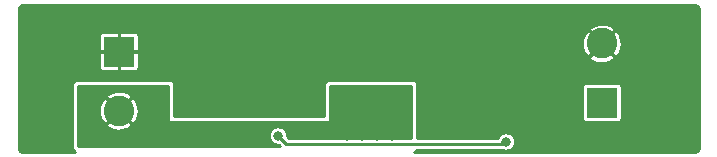
<source format=gbl>
%TF.GenerationSoftware,KiCad,Pcbnew,(5.1.10)-1*%
%TF.CreationDate,2021-10-10T23:42:33-04:00*%
%TF.ProjectId,BoostConverter,426f6f73-7443-46f6-9e76-65727465722e,rev?*%
%TF.SameCoordinates,Original*%
%TF.FileFunction,Copper,L2,Bot*%
%TF.FilePolarity,Positive*%
%FSLAX46Y46*%
G04 Gerber Fmt 4.6, Leading zero omitted, Abs format (unit mm)*
G04 Created by KiCad (PCBNEW (5.1.10)-1) date 2021-10-10 23:42:33*
%MOMM*%
%LPD*%
G01*
G04 APERTURE LIST*
%TA.AperFunction,ComponentPad*%
%ADD10C,2.600000*%
%TD*%
%TA.AperFunction,ComponentPad*%
%ADD11R,2.600000X2.600000*%
%TD*%
%TA.AperFunction,ViaPad*%
%ADD12C,0.800000*%
%TD*%
%TA.AperFunction,Conductor*%
%ADD13C,0.250000*%
%TD*%
%TA.AperFunction,Conductor*%
%ADD14C,0.254000*%
%TD*%
%TA.AperFunction,Conductor*%
%ADD15C,0.100000*%
%TD*%
G04 APERTURE END LIST*
D10*
%TO.P,J2,2*%
%TO.N,GND*%
X181610000Y-100156000D03*
D11*
%TO.P,J2,1*%
%TO.N,VCC*%
X181610000Y-105156000D03*
%TD*%
D10*
%TO.P,J1,2*%
%TO.N,VBUS*%
X140716000Y-105838000D03*
D11*
%TO.P,J1,1*%
%TO.N,GND*%
X140716000Y-100838000D03*
%TD*%
D12*
%TO.N,GND*%
X150622000Y-100584000D03*
X156718000Y-98552000D03*
%TO.N,VBUS*%
X160020000Y-107950000D03*
X161290000Y-107950000D03*
X162560000Y-107950000D03*
X163830000Y-107950000D03*
%TO.N,/FB*%
X173482000Y-108458000D03*
X154178000Y-107950000D03*
%TD*%
D13*
%TO.N,/FB*%
X173264999Y-108675001D02*
X173482000Y-108458000D01*
X154903001Y-108675001D02*
X173264999Y-108675001D01*
X154178000Y-107950000D02*
X154903001Y-108675001D01*
%TD*%
D14*
%TO.N,GND*%
X189552766Y-96934689D02*
X189618919Y-96954661D01*
X189679929Y-96987102D01*
X189733477Y-97030774D01*
X189777526Y-97084020D01*
X189810386Y-97144793D01*
X189830821Y-97210809D01*
X189840001Y-97298149D01*
X189840000Y-108946148D01*
X189831311Y-109034766D01*
X189811337Y-109100923D01*
X189778900Y-109161928D01*
X189735225Y-109215478D01*
X189681982Y-109259525D01*
X189621205Y-109292387D01*
X189555191Y-109312821D01*
X189467861Y-109322000D01*
X165740609Y-109322000D01*
X165753802Y-109317998D01*
X165819672Y-109282790D01*
X165877408Y-109235408D01*
X165922058Y-109181001D01*
X173186627Y-109181001D01*
X173254191Y-109208987D01*
X173405078Y-109239000D01*
X173558922Y-109239000D01*
X173709809Y-109208987D01*
X173851942Y-109150113D01*
X173979859Y-109064642D01*
X174088642Y-108955859D01*
X174174113Y-108827942D01*
X174232987Y-108685809D01*
X174263000Y-108534922D01*
X174263000Y-108381078D01*
X174232987Y-108230191D01*
X174174113Y-108088058D01*
X174088642Y-107960141D01*
X173979859Y-107851358D01*
X173851942Y-107765887D01*
X173709809Y-107707013D01*
X173558922Y-107677000D01*
X173405078Y-107677000D01*
X173254191Y-107707013D01*
X173112058Y-107765887D01*
X172984141Y-107851358D01*
X172875358Y-107960141D01*
X172789887Y-108088058D01*
X172756359Y-108169001D01*
X165989000Y-108169001D01*
X165989000Y-103856000D01*
X179927157Y-103856000D01*
X179927157Y-106456000D01*
X179934513Y-106530689D01*
X179956299Y-106602508D01*
X179991678Y-106668696D01*
X180039289Y-106726711D01*
X180097304Y-106774322D01*
X180163492Y-106809701D01*
X180235311Y-106831487D01*
X180310000Y-106838843D01*
X182910000Y-106838843D01*
X182984689Y-106831487D01*
X183056508Y-106809701D01*
X183122696Y-106774322D01*
X183180711Y-106726711D01*
X183228322Y-106668696D01*
X183263701Y-106602508D01*
X183285487Y-106530689D01*
X183292843Y-106456000D01*
X183292843Y-103856000D01*
X183285487Y-103781311D01*
X183263701Y-103709492D01*
X183228322Y-103643304D01*
X183180711Y-103585289D01*
X183122696Y-103537678D01*
X183056508Y-103502299D01*
X182984689Y-103480513D01*
X182910000Y-103473157D01*
X180310000Y-103473157D01*
X180235311Y-103480513D01*
X180163492Y-103502299D01*
X180097304Y-103537678D01*
X180039289Y-103585289D01*
X179991678Y-103643304D01*
X179956299Y-103709492D01*
X179934513Y-103781311D01*
X179927157Y-103856000D01*
X165989000Y-103856000D01*
X165989000Y-103632000D01*
X165981679Y-103557671D01*
X165959998Y-103486198D01*
X165924790Y-103420328D01*
X165877408Y-103362592D01*
X165819672Y-103315210D01*
X165753802Y-103280002D01*
X165682329Y-103258321D01*
X165608000Y-103251000D01*
X158496000Y-103251000D01*
X158421671Y-103258321D01*
X158350198Y-103280002D01*
X158284328Y-103315210D01*
X158226592Y-103362592D01*
X158179210Y-103420328D01*
X158144002Y-103486198D01*
X158122321Y-103557671D01*
X158115000Y-103632000D01*
X158115000Y-106299000D01*
X145415000Y-106299000D01*
X145415000Y-103632000D01*
X145407679Y-103557671D01*
X145385998Y-103486198D01*
X145350790Y-103420328D01*
X145303408Y-103362592D01*
X145245672Y-103315210D01*
X145179802Y-103280002D01*
X145108329Y-103258321D01*
X145034000Y-103251000D01*
X137160000Y-103251000D01*
X137085671Y-103258321D01*
X137014198Y-103280002D01*
X136948328Y-103315210D01*
X136890592Y-103362592D01*
X136843210Y-103420328D01*
X136808002Y-103486198D01*
X136786321Y-103557671D01*
X136779000Y-103632000D01*
X136779000Y-108966000D01*
X136786321Y-109040329D01*
X136808002Y-109111802D01*
X136843210Y-109177672D01*
X136890592Y-109235408D01*
X136948328Y-109282790D01*
X137014198Y-109317998D01*
X137027391Y-109322000D01*
X132607852Y-109322000D01*
X132519234Y-109313311D01*
X132453077Y-109293337D01*
X132392072Y-109260900D01*
X132338522Y-109217225D01*
X132294475Y-109163982D01*
X132261613Y-109103205D01*
X132241179Y-109037191D01*
X132232000Y-108949861D01*
X132232000Y-102138000D01*
X139033157Y-102138000D01*
X139040513Y-102212689D01*
X139062299Y-102284508D01*
X139097678Y-102350696D01*
X139145289Y-102408711D01*
X139203304Y-102456322D01*
X139269492Y-102491701D01*
X139341311Y-102513487D01*
X139416000Y-102520843D01*
X140608050Y-102519000D01*
X140703300Y-102423750D01*
X140703300Y-100850700D01*
X140728700Y-100850700D01*
X140728700Y-102423750D01*
X140823950Y-102519000D01*
X142016000Y-102520843D01*
X142090689Y-102513487D01*
X142162508Y-102491701D01*
X142228696Y-102456322D01*
X142286711Y-102408711D01*
X142334322Y-102350696D01*
X142369701Y-102284508D01*
X142391487Y-102212689D01*
X142398843Y-102138000D01*
X142397536Y-101291990D01*
X180491970Y-101291990D01*
X180627455Y-101529964D01*
X180914382Y-101695249D01*
X181228040Y-101801382D01*
X181556377Y-101844282D01*
X181886775Y-101822303D01*
X182206536Y-101736290D01*
X182503374Y-101589547D01*
X182592545Y-101529964D01*
X182728030Y-101291990D01*
X181610000Y-100173961D01*
X180491970Y-101291990D01*
X142397536Y-101291990D01*
X142397000Y-100945950D01*
X142301750Y-100850700D01*
X140728700Y-100850700D01*
X140703300Y-100850700D01*
X139130250Y-100850700D01*
X139035000Y-100945950D01*
X139033157Y-102138000D01*
X132232000Y-102138000D01*
X132232000Y-99538000D01*
X139033157Y-99538000D01*
X139035000Y-100730050D01*
X139130250Y-100825300D01*
X140703300Y-100825300D01*
X140703300Y-99252250D01*
X140728700Y-99252250D01*
X140728700Y-100825300D01*
X142301750Y-100825300D01*
X142397000Y-100730050D01*
X142397970Y-100102377D01*
X179921718Y-100102377D01*
X179943697Y-100432775D01*
X180029710Y-100752536D01*
X180176453Y-101049374D01*
X180236036Y-101138545D01*
X180474010Y-101274030D01*
X181592039Y-100156000D01*
X181627961Y-100156000D01*
X182745990Y-101274030D01*
X182983964Y-101138545D01*
X183149249Y-100851618D01*
X183255382Y-100537960D01*
X183298282Y-100209623D01*
X183276303Y-99879225D01*
X183190290Y-99559464D01*
X183043547Y-99262626D01*
X182983964Y-99173455D01*
X182745990Y-99037970D01*
X181627961Y-100156000D01*
X181592039Y-100156000D01*
X180474010Y-99037970D01*
X180236036Y-99173455D01*
X180070751Y-99460382D01*
X179964618Y-99774040D01*
X179921718Y-100102377D01*
X142397970Y-100102377D01*
X142398843Y-99538000D01*
X142391487Y-99463311D01*
X142369701Y-99391492D01*
X142334322Y-99325304D01*
X142286711Y-99267289D01*
X142228696Y-99219678D01*
X142162508Y-99184299D01*
X142090689Y-99162513D01*
X142016000Y-99155157D01*
X140823950Y-99157000D01*
X140728700Y-99252250D01*
X140703300Y-99252250D01*
X140608050Y-99157000D01*
X139416000Y-99155157D01*
X139341311Y-99162513D01*
X139269492Y-99184299D01*
X139203304Y-99219678D01*
X139145289Y-99267289D01*
X139097678Y-99325304D01*
X139062299Y-99391492D01*
X139040513Y-99463311D01*
X139033157Y-99538000D01*
X132232000Y-99538000D01*
X132232000Y-99020010D01*
X180491970Y-99020010D01*
X181610000Y-100138039D01*
X182728030Y-99020010D01*
X182592545Y-98782036D01*
X182305618Y-98616751D01*
X181991960Y-98510618D01*
X181663623Y-98467718D01*
X181333225Y-98489697D01*
X181013464Y-98575710D01*
X180716626Y-98722453D01*
X180627455Y-98782036D01*
X180491970Y-99020010D01*
X132232000Y-99020010D01*
X132232000Y-97301852D01*
X132240689Y-97213234D01*
X132260661Y-97147081D01*
X132293102Y-97086071D01*
X132336774Y-97032523D01*
X132390020Y-96988474D01*
X132450793Y-96955614D01*
X132516809Y-96935179D01*
X132604140Y-96926000D01*
X189464148Y-96926000D01*
X189552766Y-96934689D01*
%TA.AperFunction,Conductor*%
D15*
G36*
X189552766Y-96934689D02*
G01*
X189618919Y-96954661D01*
X189679929Y-96987102D01*
X189733477Y-97030774D01*
X189777526Y-97084020D01*
X189810386Y-97144793D01*
X189830821Y-97210809D01*
X189840001Y-97298149D01*
X189840000Y-108946148D01*
X189831311Y-109034766D01*
X189811337Y-109100923D01*
X189778900Y-109161928D01*
X189735225Y-109215478D01*
X189681982Y-109259525D01*
X189621205Y-109292387D01*
X189555191Y-109312821D01*
X189467861Y-109322000D01*
X165740609Y-109322000D01*
X165753802Y-109317998D01*
X165819672Y-109282790D01*
X165877408Y-109235408D01*
X165922058Y-109181001D01*
X173186627Y-109181001D01*
X173254191Y-109208987D01*
X173405078Y-109239000D01*
X173558922Y-109239000D01*
X173709809Y-109208987D01*
X173851942Y-109150113D01*
X173979859Y-109064642D01*
X174088642Y-108955859D01*
X174174113Y-108827942D01*
X174232987Y-108685809D01*
X174263000Y-108534922D01*
X174263000Y-108381078D01*
X174232987Y-108230191D01*
X174174113Y-108088058D01*
X174088642Y-107960141D01*
X173979859Y-107851358D01*
X173851942Y-107765887D01*
X173709809Y-107707013D01*
X173558922Y-107677000D01*
X173405078Y-107677000D01*
X173254191Y-107707013D01*
X173112058Y-107765887D01*
X172984141Y-107851358D01*
X172875358Y-107960141D01*
X172789887Y-108088058D01*
X172756359Y-108169001D01*
X165989000Y-108169001D01*
X165989000Y-103856000D01*
X179927157Y-103856000D01*
X179927157Y-106456000D01*
X179934513Y-106530689D01*
X179956299Y-106602508D01*
X179991678Y-106668696D01*
X180039289Y-106726711D01*
X180097304Y-106774322D01*
X180163492Y-106809701D01*
X180235311Y-106831487D01*
X180310000Y-106838843D01*
X182910000Y-106838843D01*
X182984689Y-106831487D01*
X183056508Y-106809701D01*
X183122696Y-106774322D01*
X183180711Y-106726711D01*
X183228322Y-106668696D01*
X183263701Y-106602508D01*
X183285487Y-106530689D01*
X183292843Y-106456000D01*
X183292843Y-103856000D01*
X183285487Y-103781311D01*
X183263701Y-103709492D01*
X183228322Y-103643304D01*
X183180711Y-103585289D01*
X183122696Y-103537678D01*
X183056508Y-103502299D01*
X182984689Y-103480513D01*
X182910000Y-103473157D01*
X180310000Y-103473157D01*
X180235311Y-103480513D01*
X180163492Y-103502299D01*
X180097304Y-103537678D01*
X180039289Y-103585289D01*
X179991678Y-103643304D01*
X179956299Y-103709492D01*
X179934513Y-103781311D01*
X179927157Y-103856000D01*
X165989000Y-103856000D01*
X165989000Y-103632000D01*
X165981679Y-103557671D01*
X165959998Y-103486198D01*
X165924790Y-103420328D01*
X165877408Y-103362592D01*
X165819672Y-103315210D01*
X165753802Y-103280002D01*
X165682329Y-103258321D01*
X165608000Y-103251000D01*
X158496000Y-103251000D01*
X158421671Y-103258321D01*
X158350198Y-103280002D01*
X158284328Y-103315210D01*
X158226592Y-103362592D01*
X158179210Y-103420328D01*
X158144002Y-103486198D01*
X158122321Y-103557671D01*
X158115000Y-103632000D01*
X158115000Y-106299000D01*
X145415000Y-106299000D01*
X145415000Y-103632000D01*
X145407679Y-103557671D01*
X145385998Y-103486198D01*
X145350790Y-103420328D01*
X145303408Y-103362592D01*
X145245672Y-103315210D01*
X145179802Y-103280002D01*
X145108329Y-103258321D01*
X145034000Y-103251000D01*
X137160000Y-103251000D01*
X137085671Y-103258321D01*
X137014198Y-103280002D01*
X136948328Y-103315210D01*
X136890592Y-103362592D01*
X136843210Y-103420328D01*
X136808002Y-103486198D01*
X136786321Y-103557671D01*
X136779000Y-103632000D01*
X136779000Y-108966000D01*
X136786321Y-109040329D01*
X136808002Y-109111802D01*
X136843210Y-109177672D01*
X136890592Y-109235408D01*
X136948328Y-109282790D01*
X137014198Y-109317998D01*
X137027391Y-109322000D01*
X132607852Y-109322000D01*
X132519234Y-109313311D01*
X132453077Y-109293337D01*
X132392072Y-109260900D01*
X132338522Y-109217225D01*
X132294475Y-109163982D01*
X132261613Y-109103205D01*
X132241179Y-109037191D01*
X132232000Y-108949861D01*
X132232000Y-102138000D01*
X139033157Y-102138000D01*
X139040513Y-102212689D01*
X139062299Y-102284508D01*
X139097678Y-102350696D01*
X139145289Y-102408711D01*
X139203304Y-102456322D01*
X139269492Y-102491701D01*
X139341311Y-102513487D01*
X139416000Y-102520843D01*
X140608050Y-102519000D01*
X140703300Y-102423750D01*
X140703300Y-100850700D01*
X140728700Y-100850700D01*
X140728700Y-102423750D01*
X140823950Y-102519000D01*
X142016000Y-102520843D01*
X142090689Y-102513487D01*
X142162508Y-102491701D01*
X142228696Y-102456322D01*
X142286711Y-102408711D01*
X142334322Y-102350696D01*
X142369701Y-102284508D01*
X142391487Y-102212689D01*
X142398843Y-102138000D01*
X142397536Y-101291990D01*
X180491970Y-101291990D01*
X180627455Y-101529964D01*
X180914382Y-101695249D01*
X181228040Y-101801382D01*
X181556377Y-101844282D01*
X181886775Y-101822303D01*
X182206536Y-101736290D01*
X182503374Y-101589547D01*
X182592545Y-101529964D01*
X182728030Y-101291990D01*
X181610000Y-100173961D01*
X180491970Y-101291990D01*
X142397536Y-101291990D01*
X142397000Y-100945950D01*
X142301750Y-100850700D01*
X140728700Y-100850700D01*
X140703300Y-100850700D01*
X139130250Y-100850700D01*
X139035000Y-100945950D01*
X139033157Y-102138000D01*
X132232000Y-102138000D01*
X132232000Y-99538000D01*
X139033157Y-99538000D01*
X139035000Y-100730050D01*
X139130250Y-100825300D01*
X140703300Y-100825300D01*
X140703300Y-99252250D01*
X140728700Y-99252250D01*
X140728700Y-100825300D01*
X142301750Y-100825300D01*
X142397000Y-100730050D01*
X142397970Y-100102377D01*
X179921718Y-100102377D01*
X179943697Y-100432775D01*
X180029710Y-100752536D01*
X180176453Y-101049374D01*
X180236036Y-101138545D01*
X180474010Y-101274030D01*
X181592039Y-100156000D01*
X181627961Y-100156000D01*
X182745990Y-101274030D01*
X182983964Y-101138545D01*
X183149249Y-100851618D01*
X183255382Y-100537960D01*
X183298282Y-100209623D01*
X183276303Y-99879225D01*
X183190290Y-99559464D01*
X183043547Y-99262626D01*
X182983964Y-99173455D01*
X182745990Y-99037970D01*
X181627961Y-100156000D01*
X181592039Y-100156000D01*
X180474010Y-99037970D01*
X180236036Y-99173455D01*
X180070751Y-99460382D01*
X179964618Y-99774040D01*
X179921718Y-100102377D01*
X142397970Y-100102377D01*
X142398843Y-99538000D01*
X142391487Y-99463311D01*
X142369701Y-99391492D01*
X142334322Y-99325304D01*
X142286711Y-99267289D01*
X142228696Y-99219678D01*
X142162508Y-99184299D01*
X142090689Y-99162513D01*
X142016000Y-99155157D01*
X140823950Y-99157000D01*
X140728700Y-99252250D01*
X140703300Y-99252250D01*
X140608050Y-99157000D01*
X139416000Y-99155157D01*
X139341311Y-99162513D01*
X139269492Y-99184299D01*
X139203304Y-99219678D01*
X139145289Y-99267289D01*
X139097678Y-99325304D01*
X139062299Y-99391492D01*
X139040513Y-99463311D01*
X139033157Y-99538000D01*
X132232000Y-99538000D01*
X132232000Y-99020010D01*
X180491970Y-99020010D01*
X181610000Y-100138039D01*
X182728030Y-99020010D01*
X182592545Y-98782036D01*
X182305618Y-98616751D01*
X181991960Y-98510618D01*
X181663623Y-98467718D01*
X181333225Y-98489697D01*
X181013464Y-98575710D01*
X180716626Y-98722453D01*
X180627455Y-98782036D01*
X180491970Y-99020010D01*
X132232000Y-99020010D01*
X132232000Y-97301852D01*
X132240689Y-97213234D01*
X132260661Y-97147081D01*
X132293102Y-97086071D01*
X132336774Y-97032523D01*
X132390020Y-96988474D01*
X132450793Y-96955614D01*
X132516809Y-96935179D01*
X132604140Y-96926000D01*
X189464148Y-96926000D01*
X189552766Y-96934689D01*
G37*
%TD.AperFunction*%
%TD*%
D14*
%TO.N,VBUS*%
X144907000Y-106680000D02*
X144909440Y-106704776D01*
X144916667Y-106728601D01*
X144928403Y-106750557D01*
X144944197Y-106769803D01*
X144963443Y-106785597D01*
X144985399Y-106797333D01*
X145009224Y-106804560D01*
X145034000Y-106807000D01*
X158496000Y-106807000D01*
X158520776Y-106804560D01*
X158544601Y-106797333D01*
X158566557Y-106785597D01*
X158585803Y-106769803D01*
X158601597Y-106750557D01*
X158613333Y-106728601D01*
X158620560Y-106704776D01*
X158623000Y-106680000D01*
X158623000Y-103759000D01*
X165481000Y-103759000D01*
X165481000Y-108169001D01*
X155112593Y-108169001D01*
X154959000Y-108015408D01*
X154959000Y-107873078D01*
X154928987Y-107722191D01*
X154870113Y-107580058D01*
X154784642Y-107452141D01*
X154675859Y-107343358D01*
X154547942Y-107257887D01*
X154405809Y-107199013D01*
X154254922Y-107169000D01*
X154101078Y-107169000D01*
X153950191Y-107199013D01*
X153808058Y-107257887D01*
X153680141Y-107343358D01*
X153571358Y-107452141D01*
X153485887Y-107580058D01*
X153427013Y-107722191D01*
X153397000Y-107873078D01*
X153397000Y-108026922D01*
X153427013Y-108177809D01*
X153485887Y-108319942D01*
X153571358Y-108447859D01*
X153680141Y-108556642D01*
X153808058Y-108642113D01*
X153950191Y-108700987D01*
X154101078Y-108731000D01*
X154243408Y-108731000D01*
X154351408Y-108839000D01*
X137287000Y-108839000D01*
X137287000Y-106973990D01*
X139597970Y-106973990D01*
X139733455Y-107211964D01*
X140020382Y-107377249D01*
X140334040Y-107483382D01*
X140662377Y-107526282D01*
X140992775Y-107504303D01*
X141312536Y-107418290D01*
X141609374Y-107271547D01*
X141698545Y-107211964D01*
X141834030Y-106973990D01*
X140716000Y-105855961D01*
X139597970Y-106973990D01*
X137287000Y-106973990D01*
X137287000Y-105784377D01*
X139027718Y-105784377D01*
X139049697Y-106114775D01*
X139135710Y-106434536D01*
X139282453Y-106731374D01*
X139342036Y-106820545D01*
X139580010Y-106956030D01*
X140698039Y-105838000D01*
X140733961Y-105838000D01*
X141851990Y-106956030D01*
X142089964Y-106820545D01*
X142255249Y-106533618D01*
X142361382Y-106219960D01*
X142404282Y-105891623D01*
X142382303Y-105561225D01*
X142296290Y-105241464D01*
X142149547Y-104944626D01*
X142089964Y-104855455D01*
X141851990Y-104719970D01*
X140733961Y-105838000D01*
X140698039Y-105838000D01*
X139580010Y-104719970D01*
X139342036Y-104855455D01*
X139176751Y-105142382D01*
X139070618Y-105456040D01*
X139027718Y-105784377D01*
X137287000Y-105784377D01*
X137287000Y-104702010D01*
X139597970Y-104702010D01*
X140716000Y-105820039D01*
X141834030Y-104702010D01*
X141698545Y-104464036D01*
X141411618Y-104298751D01*
X141097960Y-104192618D01*
X140769623Y-104149718D01*
X140439225Y-104171697D01*
X140119464Y-104257710D01*
X139822626Y-104404453D01*
X139733455Y-104464036D01*
X139597970Y-104702010D01*
X137287000Y-104702010D01*
X137287000Y-103759000D01*
X144907000Y-103759000D01*
X144907000Y-106680000D01*
%TA.AperFunction,Conductor*%
D15*
G36*
X144907000Y-106680000D02*
G01*
X144909440Y-106704776D01*
X144916667Y-106728601D01*
X144928403Y-106750557D01*
X144944197Y-106769803D01*
X144963443Y-106785597D01*
X144985399Y-106797333D01*
X145009224Y-106804560D01*
X145034000Y-106807000D01*
X158496000Y-106807000D01*
X158520776Y-106804560D01*
X158544601Y-106797333D01*
X158566557Y-106785597D01*
X158585803Y-106769803D01*
X158601597Y-106750557D01*
X158613333Y-106728601D01*
X158620560Y-106704776D01*
X158623000Y-106680000D01*
X158623000Y-103759000D01*
X165481000Y-103759000D01*
X165481000Y-108169001D01*
X155112593Y-108169001D01*
X154959000Y-108015408D01*
X154959000Y-107873078D01*
X154928987Y-107722191D01*
X154870113Y-107580058D01*
X154784642Y-107452141D01*
X154675859Y-107343358D01*
X154547942Y-107257887D01*
X154405809Y-107199013D01*
X154254922Y-107169000D01*
X154101078Y-107169000D01*
X153950191Y-107199013D01*
X153808058Y-107257887D01*
X153680141Y-107343358D01*
X153571358Y-107452141D01*
X153485887Y-107580058D01*
X153427013Y-107722191D01*
X153397000Y-107873078D01*
X153397000Y-108026922D01*
X153427013Y-108177809D01*
X153485887Y-108319942D01*
X153571358Y-108447859D01*
X153680141Y-108556642D01*
X153808058Y-108642113D01*
X153950191Y-108700987D01*
X154101078Y-108731000D01*
X154243408Y-108731000D01*
X154351408Y-108839000D01*
X137287000Y-108839000D01*
X137287000Y-106973990D01*
X139597970Y-106973990D01*
X139733455Y-107211964D01*
X140020382Y-107377249D01*
X140334040Y-107483382D01*
X140662377Y-107526282D01*
X140992775Y-107504303D01*
X141312536Y-107418290D01*
X141609374Y-107271547D01*
X141698545Y-107211964D01*
X141834030Y-106973990D01*
X140716000Y-105855961D01*
X139597970Y-106973990D01*
X137287000Y-106973990D01*
X137287000Y-105784377D01*
X139027718Y-105784377D01*
X139049697Y-106114775D01*
X139135710Y-106434536D01*
X139282453Y-106731374D01*
X139342036Y-106820545D01*
X139580010Y-106956030D01*
X140698039Y-105838000D01*
X140733961Y-105838000D01*
X141851990Y-106956030D01*
X142089964Y-106820545D01*
X142255249Y-106533618D01*
X142361382Y-106219960D01*
X142404282Y-105891623D01*
X142382303Y-105561225D01*
X142296290Y-105241464D01*
X142149547Y-104944626D01*
X142089964Y-104855455D01*
X141851990Y-104719970D01*
X140733961Y-105838000D01*
X140698039Y-105838000D01*
X139580010Y-104719970D01*
X139342036Y-104855455D01*
X139176751Y-105142382D01*
X139070618Y-105456040D01*
X139027718Y-105784377D01*
X137287000Y-105784377D01*
X137287000Y-104702010D01*
X139597970Y-104702010D01*
X140716000Y-105820039D01*
X141834030Y-104702010D01*
X141698545Y-104464036D01*
X141411618Y-104298751D01*
X141097960Y-104192618D01*
X140769623Y-104149718D01*
X140439225Y-104171697D01*
X140119464Y-104257710D01*
X139822626Y-104404453D01*
X139733455Y-104464036D01*
X139597970Y-104702010D01*
X137287000Y-104702010D01*
X137287000Y-103759000D01*
X144907000Y-103759000D01*
X144907000Y-106680000D01*
G37*
%TD.AperFunction*%
%TD*%
M02*

</source>
